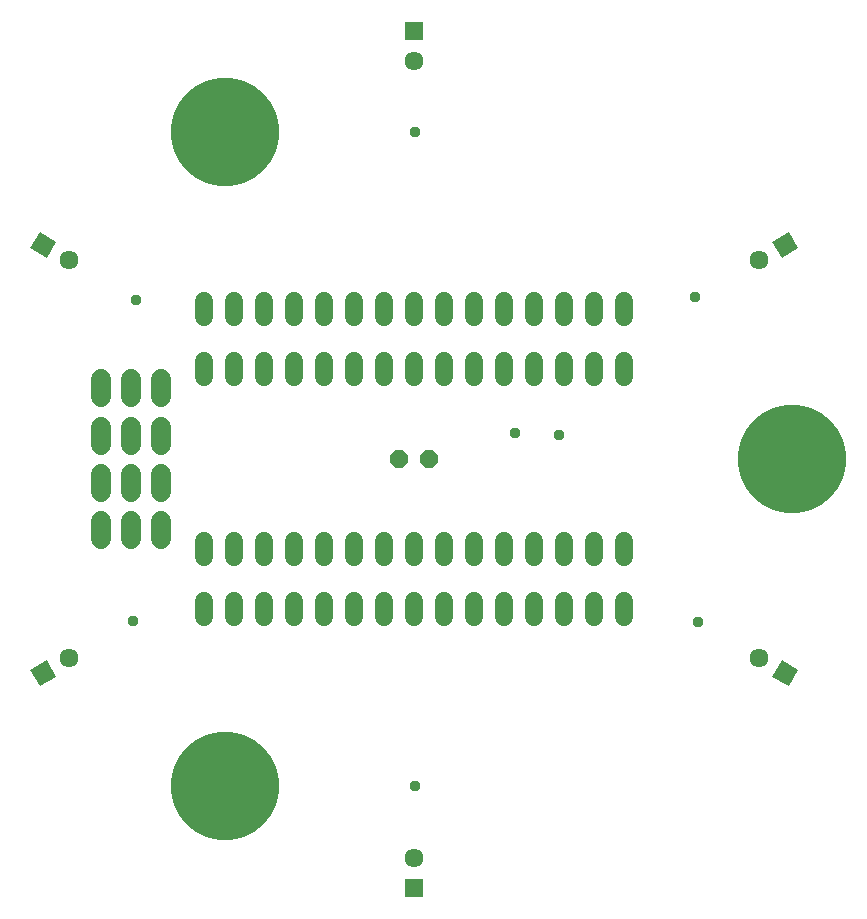
<source format=gbr>
G04 EAGLE Gerber RS-274X export*
G75*
%MOMM*%
%FSLAX34Y34*%
%LPD*%
%INSoldermask Bottom*%
%IPPOS*%
%AMOC8*
5,1,8,0,0,1.08239X$1,22.5*%
G01*
%ADD10P,1.649562X8X22.500000*%
%ADD11C,1.524000*%
%ADD12C,1.727200*%
%ADD13R,1.611200X1.611200*%
%ADD14C,1.611200*%
%ADD15R,1.611200X1.611200*%
%ADD16C,9.203200*%
%ADD17C,0.959600*%


D10*
X487300Y500000D03*
X512700Y500000D03*
D11*
X677800Y379604D02*
X677800Y366396D01*
X652400Y366396D02*
X652400Y379604D01*
X627000Y379604D02*
X627000Y366396D01*
X601600Y366396D02*
X601600Y379604D01*
X576200Y379604D02*
X576200Y366396D01*
X550800Y366396D02*
X550800Y379604D01*
X525400Y379604D02*
X525400Y366396D01*
X500000Y366396D02*
X500000Y379604D01*
X474600Y379604D02*
X474600Y366396D01*
X449200Y366396D02*
X449200Y379604D01*
X423800Y379604D02*
X423800Y366396D01*
X398400Y366396D02*
X398400Y379604D01*
X373000Y379604D02*
X373000Y366396D01*
X347600Y366396D02*
X347600Y379604D01*
X322200Y379604D02*
X322200Y366396D01*
X322200Y620396D02*
X322200Y633604D01*
X347600Y633604D02*
X347600Y620396D01*
X373000Y620396D02*
X373000Y633604D01*
X398400Y633604D02*
X398400Y620396D01*
X423800Y620396D02*
X423800Y633604D01*
X449200Y633604D02*
X449200Y620396D01*
X474600Y620396D02*
X474600Y633604D01*
X500000Y633604D02*
X500000Y620396D01*
X525400Y620396D02*
X525400Y633604D01*
X550800Y633604D02*
X550800Y620396D01*
X576200Y620396D02*
X576200Y633604D01*
X601600Y633604D02*
X601600Y620396D01*
X627000Y620396D02*
X627000Y633604D01*
X652400Y633604D02*
X652400Y620396D01*
X677800Y620396D02*
X677800Y633604D01*
X322200Y582804D02*
X322200Y569596D01*
X347600Y569596D02*
X347600Y582804D01*
X373000Y582804D02*
X373000Y569596D01*
X398400Y569596D02*
X398400Y582804D01*
X423800Y582804D02*
X423800Y569596D01*
X449200Y569596D02*
X449200Y582804D01*
X474600Y582804D02*
X474600Y569596D01*
X500000Y569596D02*
X500000Y582804D01*
X525400Y582804D02*
X525400Y569596D01*
X550800Y569596D02*
X550800Y582804D01*
X576200Y582804D02*
X576200Y569596D01*
X601600Y569596D02*
X601600Y582804D01*
X627000Y582804D02*
X627000Y569596D01*
X652400Y569596D02*
X652400Y582804D01*
X677800Y582804D02*
X677800Y569596D01*
X677800Y430404D02*
X677800Y417196D01*
X652400Y417196D02*
X652400Y430404D01*
X627000Y430404D02*
X627000Y417196D01*
X601600Y417196D02*
X601600Y430404D01*
X576200Y430404D02*
X576200Y417196D01*
X550800Y417196D02*
X550800Y430404D01*
X525400Y430404D02*
X525400Y417196D01*
X500000Y417196D02*
X500000Y430404D01*
X474600Y430404D02*
X474600Y417196D01*
X449200Y417196D02*
X449200Y430404D01*
X423800Y430404D02*
X423800Y417196D01*
X398400Y417196D02*
X398400Y430404D01*
X373000Y430404D02*
X373000Y417196D01*
X347600Y417196D02*
X347600Y430404D01*
X322200Y430404D02*
X322200Y417196D01*
D12*
X234600Y552380D02*
X234600Y567620D01*
X260000Y567620D02*
X260000Y552380D01*
X285400Y552380D02*
X285400Y567620D01*
X234600Y527620D02*
X234600Y512380D01*
X260000Y512380D02*
X260000Y527620D01*
X285400Y527620D02*
X285400Y512380D01*
X234600Y487620D02*
X234600Y472380D01*
X260000Y472380D02*
X260000Y487620D01*
X285400Y487620D02*
X285400Y472380D01*
X234600Y447620D02*
X234600Y432380D01*
X260000Y432380D02*
X260000Y447620D01*
X285400Y447620D02*
X285400Y432380D01*
D13*
X500000Y137300D03*
D14*
X500000Y162700D03*
D15*
G36*
X188749Y329654D02*
X196805Y315702D01*
X182853Y307646D01*
X174797Y321598D01*
X188749Y329654D01*
G37*
D14*
X207799Y331350D03*
D15*
G36*
X196805Y684298D02*
X188749Y670346D01*
X174797Y678402D01*
X182853Y692354D01*
X196805Y684298D01*
G37*
D14*
X207799Y668650D03*
D13*
X500000Y862700D03*
D14*
X500000Y837300D03*
D15*
G36*
X811151Y670346D02*
X803095Y684298D01*
X817047Y692354D01*
X825103Y678402D01*
X811151Y670346D01*
G37*
D14*
X792101Y668650D03*
D15*
G36*
X803095Y315702D02*
X811151Y329654D01*
X825103Y321598D01*
X817047Y307646D01*
X803095Y315702D01*
G37*
D14*
X792101Y331350D03*
D16*
X340000Y222900D03*
X820000Y500000D03*
X340000Y777100D03*
D17*
X261620Y363220D03*
X500380Y223520D03*
X740410Y361950D03*
X737870Y637540D03*
X500380Y777240D03*
X264160Y635000D03*
X585470Y521970D03*
X622300Y520700D03*
M02*

</source>
